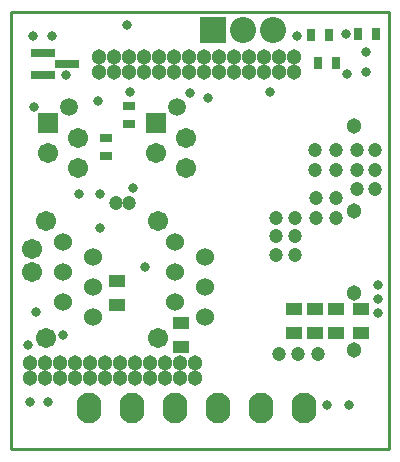
<source format=gbs>
G04*
G04 #@! TF.GenerationSoftware,Altium Limited,Altium Designer,21.1.1 (26)*
G04*
G04 Layer_Color=16711935*
%FSLAX44Y44*%
%MOMM*%
G71*
G04*
G04 #@! TF.SameCoordinates,10801997-8E17-44FE-B4C4-5EB474501812*
G04*
G04*
G04 #@! TF.FilePolarity,Negative*
G04*
G01*
G75*
%ADD15C,0.2540*%
%ADD25R,1.4032X1.1032*%
%ADD26C,1.3032*%
%ADD27O,2.1032X2.6032*%
%ADD28C,1.7032*%
%ADD29C,2.2032*%
%ADD30R,2.2032X2.2032*%
%ADD31C,1.5240*%
%ADD32C,1.5032*%
%ADD33R,1.7032X1.7032*%
%ADD34C,0.8032*%
%ADD35C,1.2032*%
%ADD50R,0.8032X1.0032*%
%ADD51R,1.0032X0.8032*%
%ADD52R,2.0532X0.7532*%
D15*
X450Y-560D02*
Y369440D01*
Y-560D02*
X320450D01*
Y369440D01*
X450D02*
X320450D01*
D25*
X297180Y97790D02*
D03*
Y118110D02*
D03*
X275590Y97790D02*
D03*
Y118110D02*
D03*
X257810Y97790D02*
D03*
Y118110D02*
D03*
X240030Y97790D02*
D03*
Y118110D02*
D03*
X90170Y121920D02*
D03*
Y142240D02*
D03*
X144780Y106680D02*
D03*
Y86360D02*
D03*
D26*
X290860Y131950D02*
D03*
Y83950D02*
D03*
X75220Y318630D02*
D03*
X87920D02*
D03*
X100620D02*
D03*
Y331330D02*
D03*
X113320Y318630D02*
D03*
Y331330D02*
D03*
X126020Y318630D02*
D03*
Y331330D02*
D03*
X138720Y318630D02*
D03*
Y331330D02*
D03*
X151420Y318630D02*
D03*
Y331330D02*
D03*
X164120Y318630D02*
D03*
Y331330D02*
D03*
X176820Y318630D02*
D03*
Y331330D02*
D03*
X189520Y318630D02*
D03*
Y331330D02*
D03*
X202220Y318630D02*
D03*
Y331330D02*
D03*
X214920Y318630D02*
D03*
Y331330D02*
D03*
X227620Y318630D02*
D03*
Y331330D02*
D03*
X240320Y318630D02*
D03*
Y331330D02*
D03*
X16620Y59730D02*
D03*
Y72430D02*
D03*
X29320Y59730D02*
D03*
Y72430D02*
D03*
X42020Y59730D02*
D03*
Y72430D02*
D03*
X54720Y59730D02*
D03*
Y72430D02*
D03*
X67420Y59730D02*
D03*
Y72430D02*
D03*
X80120Y59730D02*
D03*
Y72430D02*
D03*
X92820Y59730D02*
D03*
Y72430D02*
D03*
X105520Y59730D02*
D03*
Y72430D02*
D03*
X118220Y59730D02*
D03*
Y72430D02*
D03*
X130920Y59730D02*
D03*
Y72430D02*
D03*
X143620Y59730D02*
D03*
Y72430D02*
D03*
X156320Y59730D02*
D03*
Y72430D02*
D03*
X87920Y331330D02*
D03*
X75220D02*
D03*
X290830Y273050D02*
D03*
Y201050D02*
D03*
D27*
X248920Y34798D02*
D03*
X212420D02*
D03*
X175920D02*
D03*
X139420D02*
D03*
X102920D02*
D03*
X66420D02*
D03*
D28*
X18020Y169430D02*
D03*
Y149430D02*
D03*
X29718Y193294D02*
D03*
Y93726D02*
D03*
X124968Y193294D02*
D03*
Y93726D02*
D03*
X148590Y262890D02*
D03*
X123190Y250190D02*
D03*
X148590Y237490D02*
D03*
X57150Y262890D02*
D03*
X31750Y250190D02*
D03*
X57150Y237490D02*
D03*
D29*
X196850Y354330D02*
D03*
X222250D02*
D03*
D30*
X171450D02*
D03*
D31*
X69850Y162560D02*
D03*
Y111760D02*
D03*
Y137160D02*
D03*
X44450Y149860D02*
D03*
Y124460D02*
D03*
Y175260D02*
D03*
X165100Y162560D02*
D03*
Y111760D02*
D03*
Y137160D02*
D03*
X139700Y149860D02*
D03*
Y124460D02*
D03*
Y175260D02*
D03*
D32*
X141190Y289590D02*
D03*
X49750D02*
D03*
D33*
X123190Y275590D02*
D03*
X31750D02*
D03*
D34*
X99000Y359000D02*
D03*
X284000Y351000D02*
D03*
X301000Y336000D02*
D03*
X285000Y317500D02*
D03*
X21680Y115879D02*
D03*
X311000Y139000D02*
D03*
X311150Y127000D02*
D03*
Y115000D02*
D03*
X152400Y300990D02*
D03*
X101600Y302260D02*
D03*
X104140Y220980D02*
D03*
X76200Y186690D02*
D03*
X287020Y36830D02*
D03*
X267970D02*
D03*
X16510Y39370D02*
D03*
X31750D02*
D03*
X44450Y96520D02*
D03*
X15240Y87630D02*
D03*
X35560Y349250D02*
D03*
X20320Y289560D02*
D03*
X219710Y302260D02*
D03*
X167640Y297180D02*
D03*
X73760Y294653D02*
D03*
X58420Y215900D02*
D03*
X76200D02*
D03*
X114300Y153670D02*
D03*
X242530Y349290D02*
D03*
X19050Y349250D02*
D03*
X46990Y316230D02*
D03*
X300990Y318770D02*
D03*
D35*
X260350Y80000D02*
D03*
X243840D02*
D03*
X227330D02*
D03*
X89200Y208260D02*
D03*
X100330Y208280D02*
D03*
X308610Y219710D02*
D03*
Y236220D02*
D03*
Y252730D02*
D03*
X293370Y219710D02*
D03*
X257810Y252730D02*
D03*
X275590D02*
D03*
X293370D02*
D03*
Y236220D02*
D03*
X275590D02*
D03*
X257810D02*
D03*
X275590Y195580D02*
D03*
X241300Y163830D02*
D03*
X224790D02*
D03*
X275590Y212090D02*
D03*
X259080D02*
D03*
X224790Y180340D02*
D03*
X241300D02*
D03*
X259080Y195580D02*
D03*
X224790D02*
D03*
X241300D02*
D03*
D50*
X309620Y351000D02*
D03*
X294380D02*
D03*
X275590Y326390D02*
D03*
X260350D02*
D03*
X269620Y350000D02*
D03*
X254380D02*
D03*
D51*
X100330Y290576D02*
D03*
Y275336D02*
D03*
X81280Y262890D02*
D03*
Y247650D02*
D03*
D52*
X47440Y325730D02*
D03*
X27940Y335230D02*
D03*
Y316230D02*
D03*
M02*

</source>
